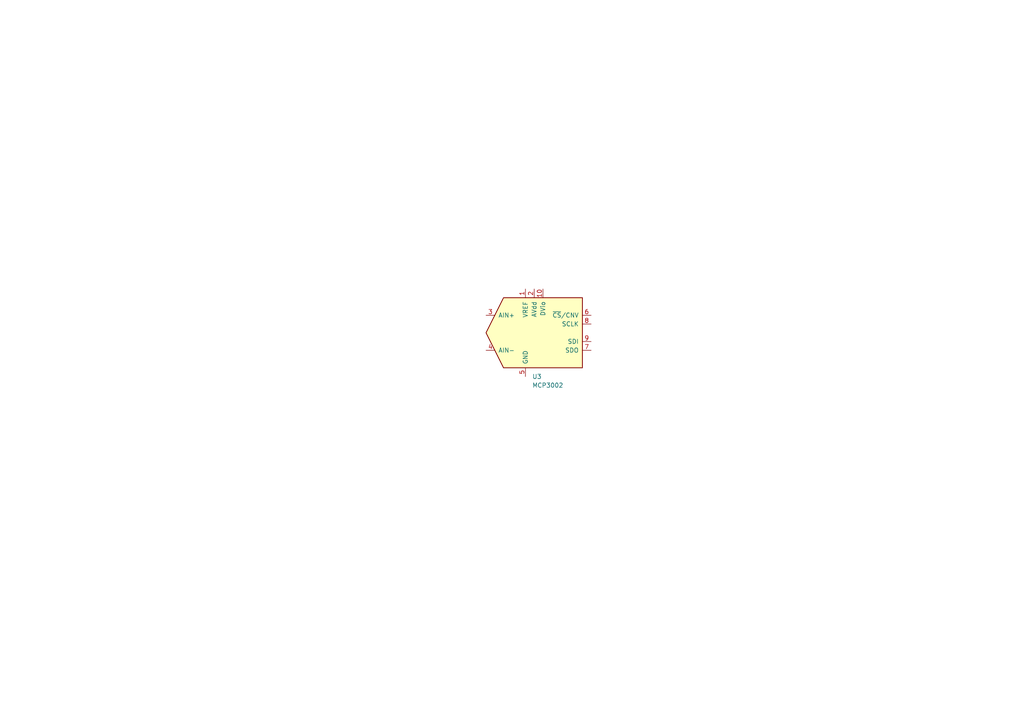
<source format=kicad_sch>
(kicad_sch (version 20230121) (generator eeschema)
  (paper "A4")
  (lib_symbols
    (symbol "adclib:MCP33151-xx" (pin_names (offset 1.016))
      (property "Reference" "U" (at -6.35 11.43 0))
      (property "Value" "MCP3002" (at 11.43 11.43 0))
      (symbol "MCP33151-xx_0_1"
        (polyline (pts (xy 15.24 10.16) (xy -7.62 10.16) (xy -12.7 0) (xy -7.62 -10.16) (xy 15.24 -10.16) (xy 15.24 10.16)) (stroke (width 0.254)) (fill (type background)))
      )
      (symbol "MCP33151-xx_1_0"
        (pin power_in line (at 3.81 12.7 270) (length 2.54) (name "DVio") (number "10"))
        (pin power_in line (at 1.27 12.7 270) (length 2.54) (name "AVdd") (number "2"))
      )
      (symbol "MCP33151-xx_1_1"
        (pin power_in line (at -1.27 12.7 270) (length 2.54) (name "VREF") (number "1"))
        (pin passive line (at -12.7 5.08 0) (length 2.54) (name "AIN+") (number "3"))
        (pin passive line (at -12.7 -5.08 0) (length 2.54) (name "AIN-") (number "4"))
        (pin power_in line (at -1.27 -12.7 90) (length 2.54) (name "GND") (number "5"))
        (pin input line (at 17.78 5.08 180) (length 2.54) (name "~{CS}/CNV") (number "6"))
        (pin output line (at 17.78 -5.08 180) (length 2.54) (name "SDO") (number "7"))
        (pin input line (at 17.78 2.54 180) (length 2.54) (name "SCLK") (number "8"))
        (pin input line (at 17.78 -2.54 180) (length 2.54) (name "SDI") (number "9"))
      )
    )
  )
  (symbol (lib_id "adclib:MCP33151-xx") (at 153.67 96.52 0) (unit 1)
    (property "Reference" "U3" (at 154.3559 109.22 0) (effects (justify left)))
    (property "Value" "MCP3002" (at 154.3559 111.76 0) (effects (justify left)))
    (property "Footprint" "Package_SO:MSOP-10_3x3mm_P0.5mm" (effects hide))
    (property "Datasheet" "http://ww1.microchip.com/downloads/en/DeviceDoc/MCP33151-XX-Family-Data-Sheet-DS20006220A.pdf" (effects hide))
  )
)
</source>
